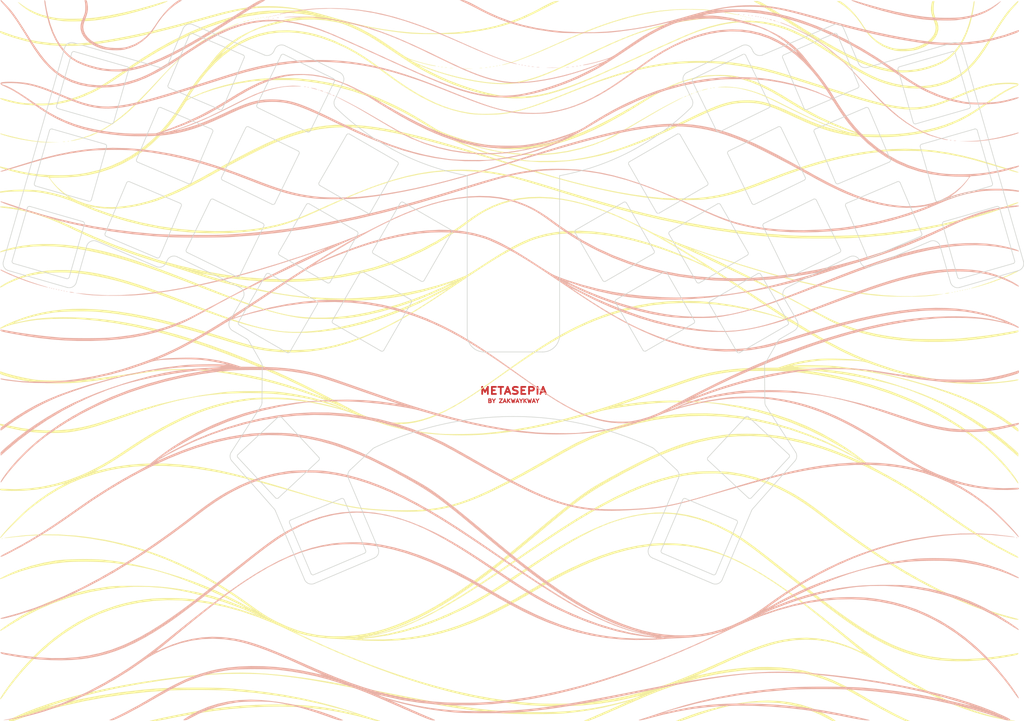
<source format=kicad_pcb>
(kicad_pcb (version 20241229) (generator "pcbnew") (generator_version "9.0")
  (title_block (title "metasepia_switchplate") (rev "v1.0.0") (company "Unknown"))
  (layers (0 "F.Cu" signal) (2 "B.Cu" signal) (13 "F.Paste" user) (15 "B.Paste" user) (5 "F.SilkS" user "F.Silkscreen") (7 "B.SilkS" user "B.Silkscreen") (1 "F.Mask" user) (3 "B.Mask" user) (25 "Edge.Cuts" user))
  (net 0 "")
  (footprint "LOGO" (layer "F.Cu") (at 203.4 163.48)
    (property "Reference" "G***" (hide yes))
    (property "Value" "LOGO" (hide yes))
  )
  (footprint "art:METASEPIA" (layer "F.Cu") (at 204.41 169.04)
    (property "Reference" "REF**" (hide yes))
    (property "Value" "Untitled" (hide yes))
    (fp_text user "BY ZAKWAYKWAY" (at 0 3.83 0) (layer "F.Cu") (effects (font (size 0.888 1) (thickness 0.3) (bold yes))))
    (fp_text user "METASEPIA" (at 0 1.43 0) (layer "F.Cu") (effects (font (size 1.667 2) (thickness 0.475) (bold yes))))
  )
  (footprint "LOGO" (layer "B.Cu") (at 203.52 163.26 180)
    (property "Reference" "G***" (hide yes))
    (property "Value" "LOGO" (hide yes))
  )
  (gr_arc (start 148.135794 89.870652) (mid 149.138939 88.983144) (end 150.475833 89.064911) (stroke (width 0.15)) (layer "Edge.Cuts"))
  (gr_line (start 169.53597 208.130007) (end 164.456465 196.163444) (stroke (width 0.15)) (layer "Edge.Cuts"))
  (gr_line (start 322.639508 139.82461) (end 319.056222 127.328207) (stroke (width 0.15)) (layer "Edge.Cuts"))
  (gr_line (start 275.321566 109.395312) (end 280.40107 121.361875) (stroke (width 0.15)) (layer "Edge.Cuts"))
  (gr_arc (start 173.028971 111.880785) (mid 173.008391 111.868715) (end 172.987978 111.856366) (stroke (width 0.15)) (layer "Edge.Cuts"))
  (gr_line (start 149.232568 138.498709) (end 160.490898 144.998709) (stroke (width 0.15)) (layer "Edge.Cuts"))
  (gr_arc (start 263.169563 91.251101) (mid 261.87292 91.279393) (end 260.912894 90.407366) (stroke (width 0.15)) (layer "Edge.Cuts"))
  (gr_arc (start 244.562708 97.717495) (mid 244.48094 96.380601) (end 245.368447 95.377456) (stroke (width 0.15)) (layer "Edge.Cuts"))
  (gr_arc (start 171.205698 184.170127) (mid 171.417655 184.001176) (end 171.65316 183.866983) (stroke (width 0.15)) (layer "Edge.Cuts"))
  (gr_arc (start 263.981063 174.119221) (mid 263.775409 173.672119) (end 263.702372 173.185437) (stroke (width 0.15)) (layer "Edge.Cuts"))
  (gr_line (start 269.368934 185.508975) (end 259.861336 176.642996) (stroke (width 0.15)) (layer "Edge.Cuts"))
  (gr_line (start 139.393303 186.215651) (end 148.259281 195.723249) (stroke (width 0.15)) (layer "Edge.Cuts"))
  (gr_arc (start 104.84218 125.41956) (mid 104.603954 125.719051) (end 104.223731 125.762373) (stroke (width 0.15)) (layer "Edge.Cuts"))
  (gr_line (start 85.279843 142.124573) (end 99.122011 146.093751) (stroke (width 0.15)) (layer "Edge.Cuts"))
  (gr_line (start 148.925578 176.642996) (end 139.41798 185.508975) (stroke (width 0.15)) (layer "Edge.Cuts"))
  (gr_line (start 150.475833 89.064911) (end 163.418467 95.377456) (stroke (width 0.15)) (layer "Edge.Cuts"))
  (gr_arc (start 157.422093 215.933626) (mid 156.082751 215.945314) (end 155.127429 215.006522) (stroke (width 0.15)) (layer "Edge.Cuts"))
  (gr_line (start 163.800847 195.898557) (end 151.834284 200.978062) (stroke (width 0.15)) (layer "Edge.Cuts"))
  (gr_line (start 300.71203 133.381231) (end 295.632525 121.414668) (stroke (width 0.15)) (layer "Edge.Cuts"))
  (gr_arc (start 215.293457 157.313841) (mid 214.121884 160.142268) (end 211.293457 161.313841) (stroke (width 0.15)) (layer "Edge.Cuts"))
  (gr_arc (start 144.112969 103.707536) (mid 143.859395 103.420923) (end 143.882758 103.038953) (stroke (width 0.15)) (layer "Edge.Cuts"))
  (gr_line (start 158.732568 122.044226) (end 169.990898 128.544226) (stroke (width 0.15)) (layer "Edge.Cuts"))
  (gr_line (start 273.233209 120.11604) (end 267.534384 108.431718) (stroke (width 0.15)) (layer "Edge.Cuts"))
  (gr_line (start 252.554346 126.374353) (end 241.296016 132.874353) (stroke (width 0.15)) (layer "Edge.Cuts"))
  (gr_arc (start 168.204038 142.639159) (mid 168.507641 142.406196) (end 168.887051 142.456146) (stroke (width 0.15)) (layer "Edge.Cuts"))
  (gr_line (start 231.613004 117.102883) (end 238.113003 128.361213) (stroke (width 0.15)) (layer "Edge.Cuts"))
  (gr_arc (start 260.527634 195.72325) (mid 260.179406 195.881946) (end 259.820957 195.747927) (stroke (width 0.15)) (layer "Edge.Cuts"))
  (gr_line (start 139.807771 143.330323) (end 145.506596 131.646001) (stroke (width 0.15)) (layer "Edge.Cuts"))
  (gr_arc (start 123.187555 99.057664) (mid 122.919329 98.784715) (end 122.922668 98.402047) (stroke (width 0.15)) (layer "Edge.Cuts"))
  (gr_line (start 267.897674 91.905719) (end 272.977179 103.872282) (stroke (width 0.15)) (layer "Edge.Cuts"))
  (gr_line (start 237.235073 209.935903) (end 251.364822 215.933626) (stroke (width 0.15)) (layer "Edge.Cuts"))
  (gr_arc (start 110.079289 107.155589) (mid 109.841063 107.455079) (end 109.46084 107.4984) (stroke (width 0.15)) (layer "Edge.Cuts"))
  (gr_arc (start 293.288138 115.89164) (mid 293.291477 116.274308) (end 293.023251 116.547257) (stroke (width 0.15)) (layer "Edge.Cuts"))
  (gr_arc (start 280.011552 84.1021) (mid 281.350893 84.090412) (end 282.306215 85.029205) (stroke (width 0.15)) (layer "Edge.Cuts"))
  (gr_arc (start 122.483425 140.257746) (mid 121.528104 141.196538) (end 120.188763 141.18485) (stroke (width 0.15)) (layer "Edge.Cuts"))
  (gr_line (start 281.056688 121.626762) (end 293.023251 116.547257) (stroke (width 0.15)) (layer "Edge.Cuts"))
  (gr_arc (start 259.15466 176.667674) (mid 259.502887 176.508978) (end 259.861336 176.642996) (stroke (width 0.15)) (layer "Edge.Cuts"))
  (gr_line (start 183.328394 144.443006) (end 189.828394 133.184676) (stroke (width 0.15)) (layer "Edge.Cuts"))
  (gr_line (start 104.84218 125.41956) (end 108.425466 112.923158) (stroke (width 0.15)) (layer "Edge.Cuts"))
  (gr_arc (start 252.138013 213.600242) (mid 251.865064 213.868469) (end 251.482395 213.86513) (stroke (width 0.15)) (layer "Edge.Cuts"))
  (gr_arc (start 271.276109 153.901396) (mid 271.450935 155.22933) (end 270.635564 156.291941) (stroke (width 0.15)) (layer "Edge.Cuts"))
  (gr_arc (start 158.498233 186.175272) (mid 158.632251 186.533721) (end 158.473555 186.881948) (stroke (width 0.15)) (layer "Edge.Cuts"))
  (gr_arc (start 228.458521 149.639159) (mid 228.408571 149.259749) (end 228.641534 148.956146) (stroke (width 0.15)) (layer "Edge.Cuts"))
  (gr_arc (start 155.549555 126.557366) (mid 155.853158 126.324403) (end 156.232568 126.374353) (stroke (width 0.15)) (layer "Edge.Cuts"))
  (gr_line (start 313.200663 108.721423) (end 300.704261 112.304709) (stroke (width 0.15)) (layer "Edge.Cuts"))
  (gr_line (start 106.106562 135.207311) (end 120.188763 141.18485) (stroke (width 0.15)) (layer "Edge.Cuts"))
  (gr_line (start 132.923479 125.508804) (end 127.224654 137.193127) (stroke (width 0.15)) (layer "Edge.Cuts"))
  (gr_line (start 270.949307 184.938393) (end 263.981063 174.119222) (stroke (width 0.15)) (layer "Edge.Cuts"))
  (gr_line (start 89.730692 127.328207) (end 86.147407 139.82461) (stroke (width 0.15)) (layer "Edge.Cuts"))
  (gr_arc (start 248.296016 144.998708) (mid 247.916607 145.048658) (end 247.613004 144.815696) (stroke (width 0.15)) (layer "Edge.Cuts"))
  (gr_arc (start 139.807771 143.330324) (mid 139.521158 143.583898) (end 139.139188 143.560535) (stroke (width 0.15)) (layer "Edge.Cuts"))
  (gr_line (start 99.60507 143.683533) (end 103.188356 131.187131) (stroke (width 0.15)) (layer "Edge.Cuts"))
  (gr_line (start 128.385844 121.361875) (end 133.465349 109.395312) (stroke (width 0.15)) (layer "Edge.Cuts"))
  (gr_arc (start 226.141534 144.626019) (mid 225.762124 144.675969) (end 225.458521 144.443006) (stroke (width 0.15)) (layer "Edge.Cuts"))
  (gr_line (start 193.493457 119.733658) (end 193.493457 157.313841) (stroke (width 0.15)) (layer "Edge.Cuts"))
  (gr_arc (start 269.237358 154.270179) (mid 269.287308 154.649588) (end 269.054346 154.953191) (stroke (width 0.15)) (layer "Edge.Cuts"))
  (gr_line (start 113.319764 94.040737) (end 100.823361 90.457451) (stroke (width 0.15)) (layer "Edge.Cuts"))
  (gr_arc (start 177.704038 126.184676) (mid 178.007641 125.951713) (end 178.387051 126.001663) (stroke (width 0.15)) (layer "Edge.Cuts"))
  (gr_arc (start 282.745457 126.884903) (mid 282.742118 126.502235) (end 283.010344 126.229286) (stroke (width 0.15)) (layer "Edge.Cuts"))
  (gr_line (start 286.303489 140.257746) (end 286.091699 139.758801) (stroke (width 0.15)) (layer "Edge.Cuts"))
  (gr_line (start 137.510806 153.901396) (end 140.611392 148.531023) (stroke (width 0.15)) (layer "Edge.Cuts"))
  (gr_line (start 157.990898 149.328836) (end 146.732568 142.828836) (stroke (width 0.15)) (layer "Edge.Cuts"))
  (gr_line (start 282.306215 85.029205) (end 285.771792 93.193594) (stroke (width 0.15)) (layer "Edge.Cuts"))
  (gr_arc (start 218.95852 133.184676) (mid 218.90857 132.805266) (end 219.141533 132.501663) (stroke (width 0.15)) (layer "Edge.Cuts"))
  (gr_arc (start 258.53675 91.124419) (mid 258.918719 91.101057) (end 259.205332 91.354631) (stroke (width 0.15)) (layer "Edge.Cuts"))
  (gr_line (start 263.169563 91.251101) (end 280.011552 84.1021) (stroke (width 0.15)) (layer "Edge.Cuts"))
  (gr_arc (start 300.361448 112.923158) (mid 300.40477 112.542935) (end 300.704261 112.304709) (stroke (width 0.15)) (layer "Edge.Cuts"))
  (gr_arc (start 312.165289 103.296666) (mid 312.121967 103.676889) (end 311.822476 103.915115) (stroke (width 0.15)) (layer "Edge.Cuts"))
  (gr_line (start 238.796016 128.544226) (end 250.054346 122.044226) (stroke (width 0.15)) (layer "Edge.Cuts"))
  (gr_line (start 120.578281 103.925076) (end 115.498776 115.891639) (stroke (width 0.15)) (layer "Edge.Cuts"))
  (gr_line (start 287.865041 94.192022) (end 308.098943 88.390045) (stroke (width 0.15)) (layer "Edge.Cuts"))
  (gr_arc (start 269.647726 143.560535) (mid 269.265757 143.583897) (end 268.979144 143.330323) (stroke (width 0.15)) (layer "Edge.Cuts"))
  (gr_arc (start 252.554346 126.374353) (mid 252.933756 126.324403) (end 253.237359 126.557366) (stroke (width 0.15)) (layer "Edge.Cuts"))
  (gr_line (start 157.422092 215.933626) (end 171.551842 209.935903) (stroke (width 0.15)) (layer "Edge.Cuts"))
  (gr_line (start 108.339772 134.036849) (end 120.306335 139.116354) (stroke (width 0.15)) (layer "Edge.Cuts"))
  (gr_line (start 228.458521 149.639159) (end 234.958521 160.897489) (stroke (width 0.15)) (layer "Edge.Cuts"))
  (gr_arc (start 294.976907 121.149782) (mid 295.359576 121.146442) (end 295.632525 121.414668) (stroke (width 0.15)) (layer "Edge.Cuts"))
  (gr_arc (start 309.664904 146.093751) (mid 308.334122 145.942128) (end 307.50033 144.893909) (stroke (width 0.15)) (layer "Edge.Cuts"))
  (gr_arc (start 139.393302 186.215651) (mid 139.259284 185.857202) (end 139.41798 185.508975) (stroke (width 0.15)) (layer "Edge.Cuts"))
  (gr_line (start 180.145381 148.956146) (end 168.887051 142.456146) (stroke (width 0.15)) (layer "Edge.Cuts"))
  (gr_arc (start 127.454865 137.86171) (mid 127.201291 137.575097) (end 127.224654 137.193127) (stroke (width 0.15)) (layer "Edge.Cuts"))
  (gr_line (start 233.00732 113.468858) (end 235.757944 111.880784) (stroke (width 0.15)) (layer "Edge.Cuts"))
  (gr_arc (start 267.897674 91.90572) (mid 267.894334 91.523051) (end 268.162561 91.250101) (stroke (width 0.15)) (layer "Edge.Cuts"))
  (gr_arc (start 242.910482 189.139747) (mid 243.428742 190.055771) (end 243.327867 191.103395) (stroke (width 0.15)) (layer "Edge.Cuts"))
  (gr_arc (start 250.31336 186.881948) (mid 250.154664 186.533721) (end 250.288682 186.175272) (stroke (width 0.15)) (layer "Edge.Cuts"))
  (gr_arc (start 302.680353 135.20731) (mid 304.117527 135.23867) (end 305.04634 136.335829) (stroke (width 0.15)) (layer "Edge.Cuts"))
  (gr_arc (start 94.967802 109.064235) (mid 95.206028 108.764744) (end 95.586252 108.721423) (stroke (width 0.15)) (layer "Edge.Cuts"))
  (gr_line (start 273.632797 104.137169) (end 285.59936 99.057665) (stroke (width 0.15)) (layer "Edge.Cuts"))
  (gr_arc (start 91.727328 122.179087) (mid 91.427837 121.940861) (end 91.384516 121.560637) (stroke (width 0.15)) (layer "Edge.Cuts"))
  (gr_arc (start 145.084543 173.185437) (mid 145.011505 173.67212) (end 144.805851 174.119222) (stroke (width 0.15)) (layer "Edge.Cuts"))
  (gr_line (start 258.536749 91.124419) (end 246.852427 96.823244) (stroke (width 0.15)) (layer "Edge.Cuts"))
  (gr_line (start 135.783917 120.784623) (end 147.46824 126.483448) (stroke (width 0.15)) (layer "Edge.Cuts"))
  (gr_line (start 252.989623 109.406361) (end 264.673945 103.707536) (stroke (width 0.15)) (layer "Edge.Cuts"))
  (gr_arc (start 322.639508 139.824609) (mid 322.596187 140.204833) (end 322.296696 140.443059) (stroke (width 0.15)) (layer "Edge.Cuts"))
  (gr_arc (start 156.465874 109.176149) (mid 156.179261 109.429723) (end 155.797292 109.406361) (stroke (width 0.15)) (layer "Edge.Cuts"))
  (gr_arc (start 171.65316 183.866982) (mid 204.393458 176.538652) (end 237.133755 183.866983) (stroke (width 0.15)) (layer "Edge.Cuts"))
  (gr_line (start 151.673911 161.270179) (end 158.173911 150.011848) (stroke (width 0.15)) (layer "Edge.Cuts"))
  (gr_line (start 140.624354 91.250101) (end 128.65779 86.170597) (stroke (width 0.15)) (layer "Edge.Cuts"))
  (gr_line (start 245.368447 95.377456) (end 258.311081 89.064911) (stroke (width 0.15)) (layer "Edge.Cuts"))
  (gr_line (start 268.923917 146.083134) (end 283.713666 138.869691) (stroke (width 0.15)) (layer "Edge.Cuts"))
  (gr_line (start 309.664903 146.093751) (end 323.507072 142.124573) (stroke (width 0.15)) (layer "Edge.Cuts"))
  (gr_arc (start 275.321566 109.395312) (mid 275.318226 109.012643) (end 275.586452 108.739694) (stroke (width 0.15)) (layer "Edge.Cuts"))
  (gr_line (start 257.796016 161.453191) (end 269.054346 154.953191) (stroke (width 0.15)) (layer "Edge.Cuts"))
  (gr_arc (start 244.33045 196.163444) (mid 244.603399 195.895218) (end 244.986067 195.898557) (stroke (width 0.15)) (layer "Edge.Cuts"))
  (gr_arc (start 137.996782 187.043968) (mid 137.56384 186.017893) (end 137.837607 184.938393) (stroke (width 0.15)) (layer "Edge.Cuts"))
  (gr_line (start 101.286585 144.893909) (end 103.740575 136.335829) (stroke (width 0.15)) (layer "Edge.Cuts"))
  (gr_arc (start 89.730692 127.328207) (mid 89.968918 127.028716) (end 90.349142 126.985395) (stroke (width 0.15)) (layer "Edge.Cuts"))
  (gr_line (start 91.727329 122.179087) (end 104.223731 125.762373) (stroke (width 0.15)) (layer "Edge.Cuts"))
  (gr_arc (start 98.523399 89.589887) (mid 99.35719 88.541668) (end 100.687971 88.390045) (stroke (width 0.15)) (layer "Edge.Cuts"))
  (gr_line (start 100.204912 90.800263) (end 96.621626 103.296665) (stroke (width 0.15)) (layer "Edge.Cuts"))
  (gr_arc (start 133.200463 108.739694) (mid 133.468689 109.012643) (end 133.465349 109.395312) (stroke (width 0.15)) (layer "Edge.Cuts"))
  (gr_arc (start 235.641534 161.080502) (mid 235.262124 161.130452) (end 234.958521 160.897489) (stroke (width 0.15)) (layer "Edge.Cuts"))
  (gr_line (start 266.865801 108.201506) (end 255.181478 113.900331) (stroke (width 0.15)) (layer "Edge.Cuts"))
  (gr_arc (start 287.865041 94.192023) (mid 286.629281 94.089339) (end 285.771792 93.193594) (stroke (width 0.15)) (layer "Edge.Cuts"))
  (gr_arc (start 173.828394 160.897489) (mid 173.524791 161.130452) (end 173.145381 161.080502) (stroke (width 0.15)) (layer "Edge.Cuts"))
  (gr_line (start 102.845544 130.568681) (end 90.349142 126.985395) (stroke (width 0.15)) (layer "Edge.Cuts"))
  (gr_arc (start 258.311081 89.064911) (mid 259.647975 88.983143) (end 260.651121 89.870651) (stroke (width 0.15)) (layer "Edge.Cuts"))
  (gr_line (start 317.402398 121.560637) (end 313.819112 109.064235) (stroke (width 0.15)) (layer "Edge.Cuts"))
  (gr_line (start 120.961953 138.851467) (end 126.041458 126.884904) (stroke (width 0.15)) (layer "Edge.Cuts"))
  (gr_line (start 168.204038 142.639159) (end 161.704038 153.897489) (stroke (width 0.15)) (layer "Edge.Cuts"))
  (gr_arc (start 167.490898 132.874353) (mid 167.723861 133.177956) (end 167.673911 133.557366) (stroke (width 0.15)) (layer "Edge.Cuts"))
  (gr_arc (start 261.318674 126.483448) (mid 260.936705 126.50681) (end 260.650092 126.253236) (stroke (width 0.15)) (layer "Edge.Cuts"))
  (gr_arc (start 269.368934 185.508975) (mid 269.52763 185.857202) (end 269.393612 186.215651) (stroke (width 0.15)) (layer "Edge.Cuts"))
  (gr_arc (start 256.95263 200.978062) (mid 257.220856 201.251011) (end 257.217517 201.633679) (stroke (width 0.15)) (layer "Edge.Cuts"))
  (gr_line (start 148.965957 195.747927) (end 158.473555 186.881948) (stroke (width 0.15)) (layer "Edge.Cuts"))
  (gr_arc (start 257.796016 161.453191) (mid 257.416607 161.503141) (end 257.113004 161.270179) (stroke (width 0.15)) (layer "Edge.Cuts"))
  (gr_arc (start 146.049556 143.011848) (mid 146.353159 142.778886) (end 146.732568 142.828836) (stroke (width 0.15)) (layer "Edge.Cuts"))
  (gr_arc (start 299.326073 107.4984) (mid 298.94585 107.455079) (end 298.707625 107.155588) (stroke (width 0.15)) (layer "Edge.Cuts"))
  (gr_line (start 165.049556 110.102883) (end 158.549556 121.361213) (stroke (width 0.15)) (layer "Edge.Cuts"))
  (gr_arc (start 273.233209 120.116041) (mid 273.256571 120.49801) (end 273.002997 120.784623) (stroke (width 0.15)) (layer "Edge.Cuts"))
  (gr_line (start 252.138013 213.600243) (end 257.217517 201.633679) (stroke (width 0.15)) (layer "Edge.Cuts"))
  (gr_line (start 305.04634 136.335829) (end 307.50033 144.893909) (stroke (width 0.15)) (layer "Edge.Cuts"))
  (gr_line (start 264.904157 103.038953) (end 259.205332 91.354631) (stroke (width 0.15)) (layer "Edge.Cuts"))
  (gr_arc (start 149.581583 91.354631) (mid 149.868196 91.101057) (end 150.250165 91.124419) (stroke (width 0.15)) (layer "Edge.Cuts"))
  (gr_line (start 247.082876 153.897489) (end 240.582876 142.639159) (stroke (width 0.15)) (layer "Edge.Cuts"))
  (gr_line (start 176.990898 116.41987) (end 165.732568 109.91987) (stroke (width 0.15)) (layer "Edge.Cuts"))
  (gr_arc (start 263.280319 131.646001) (mid 263.256956 131.264031) (end 263.51053 130.977418) (stroke (width 0.15)) (layer "Edge.Cuts"))
  (gr_arc (start 125.776571 126.229285) (mid 126.044798 126.502235) (end 126.041458 126.884904) (stroke (width 0.15)) (layer "Edge.Cuts"))
  (gr_arc (start 309.800294 144.026345) (mid 309.42007 143.983024) (end 309.181844 143.683533) (stroke (width 0.15)) (layer "Edge.Cuts"))
  (gr_line (start 300.361449 112.923158) (end 303.944734 125.41956) (stroke (width 0.15)) (layer "Edge.Cuts"))
  (gr_arc (start 247.082877 153.897489) (mid 247.132827 154.276899) (end 246.899864 154.580502) (stroke (width 0.15)) (layer "Edge.Cuts"))
  (gr_arc (start 132.923479 125.508804) (mid 133.210092 125.25523) (end 133.592062 125.278593) (stroke (width 0.15)) (layer "Edge.Cuts"))
  (gr_arc (start 148.136823 126.253237) (mid 147.85021 126.506811) (end 147.46824 126.483448) (stroke (width 0.15)) (layer "Edge.Cuts"))
  (gr_arc (start 147.945349 198.316327) (mid 148.11386 198.541393) (end 148.244153 198.79054) (stroke (width 0.15)) (layer "Edge.Cuts"))
  (gr_arc (start 163.418468 95.377455) (mid 164.305976 96.380601) (end 164.224208 97.717495) (stroke (width 0.15)) (layer "Edge.Cuts"))
  (gr_arc (start 120.578281 103.925075) (mid 120.85123 103.656849) (end 121.233899 103.660189) (stroke (width 0.15)) (layer "Edge.Cuts"))
  (gr_arc (start 108.082653 112.304709) (mid 108.382144 112.542935) (end 108.425466 112.923158) (stroke (width 0.15)) (layer "Edge.Cuts"))
  (gr_line (start 161.887051 154.580502) (end 173.145381 161.080502) (stroke (width 0.15)) (layer "Edge.Cuts"))
  (gr_arc (start 123.015121 93.193595) (mid 122.157632 94.089339) (end 120.921873 94.192022) (stroke (width 0.15)) (layer "Edge.Cuts"))
  (gr_line (start 148.136823 126.253236) (end 153.835648 114.568914) (stroke (width 0.15)) (layer "Edge.Cuts"))
  (gr_line (start 262.054346 142.828836) (end 250.796016 149.328836) (stroke (width 0.15)) (layer "Edge.Cuts"))
  (gr_arc (start 103.740576 136.335829) (mid 104.669389 135.238671) (end 106.106562 135.207311) (stroke (width 0.15)) (layer "Edge.Cuts"))
  (gr_line (start 268.175522 148.531023) (end 271.276109 153.901396) (stroke (width 0.15)) (layer "Edge.Cuts"))
  (gr_arc (start 318.437772 126.985395) (mid 318.817996 127.028716) (end 319.056222 127.328207) (stroke (width 0.15)) (layer "Edge.Cuts"))
  (gr_line (start 123.015122 93.193594) (end 126.4807 85.029205) (stroke (width 0.15)) (layer "Edge.Cuts"))
  (gr_arc (start 266.744981 158.813436) (mid 267.024223 158.44698) (end 267.389426 158.1661) (stroke (width 0.15)) (layer "Edge.Cuts"))
  (gr_line (start 96.964438 103.915115) (end 109.46084 107.4984) (stroke (width 0.15)) (layer "Edge.Cuts"))
  (gr_arc (start 163.800848 195.898557) (mid 164.183516 195.895218) (end 164.456465 196.163444) (stroke (width 0.15)) (layer "Edge.Cuts"))
  (gr_line (start 165.459047 191.103395) (end 172.478946 207.64124) (stroke (width 0.15)) (layer "Edge.Cuts"))
  (gr_line (start 256.95263 200.978062) (end 244.986067 195.898557) (stroke (width 0.15)) (layer "Edge.Cuts"))
  (gr_line (start 250.313359 186.881948) (end 259.820957 195.747927) (stroke (width 0.15)) (layer "Edge.Cuts"))
  (gr_arc (start 238.796016 128.544226) (mid 238.416606 128.594176) (end 238.113003 128.361213) (stroke (width 0.15)) (layer "Edge.Cuts"))
  (gr_line (start 295.124339 94.659186) (end 298.707625 107.155588) (stroke (width 0.15)) (layer "Edge.Cuts"))
  (gr_line (start 155.549556 126.557366) (end 149.049556 137.815696) (stroke (width 0.15)) (layer "Edge.Cuts"))
  (gr_arc (start 237.235073 209.935902) (mid 236.296281 208.980581) (end 236.307969 207.64124) (stroke (width 0.15)) (layer "Edge.Cuts"))
  (gr_arc (start 169.535971 208.130007) (mid 169.53931 208.512676) (end 169.271083 208.785625) (stroke (width 0.15)) (layer "Edge.Cuts"))
  (gr_arc (start 108.339771 134.036849) (mid 108.071545 133.7639) (end 108.074885 133.381231) (stroke (width 0.15)) (layer "Edge.Cuts"))
  (gr_arc (start 237.133755 183.866983) (mid 237.36926 184.001176) (end 237.581217 184.170127) (stroke (width 0.15)) (layer "Edge.Cuts"))
  (gr_line (start 110.07929 107.155588) (end 113.662576 94.659186) (stroke (width 0.15)) (layer "Edge.Cuts"))
  (gr_line (start 253.659485 215.006522) (end 260.542761 198.79054) (stroke (width 0.15)) (layer "Edge.Cuts"))
  (gr_arc (start 275.194852 125.278593) (mid 275.576822 125.25523) (end 275.863435 125.508804) (stroke (width 0.15)) (layer "Edge.Cuts"))
  (gr_arc (start 128.385845 121.361875) (mid 128.112895 121.630102) (end 127.730226 121.626762) (stroke (width 0.15)) (layer "Edge.Cuts"))
  (gr_line (start 269.237359 154.270179) (end 262.737359 143.011848) (stroke (width 0.15)) (layer "Edge.Cuts"))
  (gr_line (start 146.049556 143.011848) (end 139.549556 154.270179) (stroke (width 0.15)) (layer "Edge.Cuts"))
  (gr_line (start 263.702372 173.185437) (end 263.635731 164.733522) (stroke (width 0.15)) (layer "Edge.Cuts"))
  (gr_line (start 94.967802 109.064235) (end 91.384516 121.560637) (stroke (width 0.15)) (layer "Edge.Cuts"))
  (gr_arc (start 148.965957 195.747927) (mid 148.607508 195.881945) (end 148.259281 195.723249) (stroke (width 0.15)) (layer "Edge.Cuts"))
  (gr_arc (start 86.490219 140.443058) (mid 86.190728 140.204833) (end 86.147407 139.82461) (stroke (width 0.15)) (layer "Edge.Cuts"))
  (gr_arc (start 324.706914 139.959999) (mid 324.555291 141.290781) (end 323.507072 142.124573) (stroke (width 0.15)) (layer "Edge.Cuts"))
  (gr_line (start 157.30452 213.86513) (end 169.271083 208.785625) (stroke (width 0.15)) (layer "Edge.Cuts"))
  (gr_arc (start 139.862998 146.083134) (mid 140.769381 147.144373) (end 140.611392 148.531023) (stroke (width 0.15)) (layer "Edge.Cuts"))
  (gr_line (start 171.205698 184.170127) (end 165.876433 189.139746) (stroke (width 0.15)) (layer "Edge.Cuts"))
  (gr_arc (start 102.845544 130.568681) (mid 103.145035 130.806907) (end 103.188356 131.187131) (stroke (width 0.15)) (layer "Edge.Cuts"))
  (gr_arc (start 126.480699 85.029204) (mid 127.436021 84.090412) (end 128.775363 84.1021) (stroke (width 0.15)) (layer "Edge.Cuts"))
  (gr_arc (start 122.695215 139.758802) (mid 123.693235 138.803405) (end 125.073248 138.869691) (stroke (width 0.15)) (layer "Edge.Cuts"))
  (gr_line (start 153.605436 113.900331) (end 141.921114 108.201506) (stroke (width 0.15)) (layer "Edge.Cuts"))
  (gr_arc (start 197.493457 161.313841) (mid 194.66503 160.142268) (end 193.493457 157.313841) (stroke (width 0.15)) (layer "Edge.Cuts"))
  (gr_arc (start 161.173911 144.815696) (mid 160.870308 145.048659) (end 160.490898 144.998709) (stroke (width 0.15)) (layer "Edge.Cuts"))
  (gr_arc (start 283.713666 138.869692) (mid 285.093678 138.803405) (end 286.091699 139.758801) (stroke (width 0.15)) (layer "Edge.Cuts"))
  (gr_line (start 128.002172 86.435484) (end 122.922668 98.402047) (stroke (width 0.15)) (layer "Edge.Cuts"))
  (gr_line (start 243.054346 109.91987) (end 231.796016 116.41987) (stroke (width 0.15)) (layer "Edge.Cuts"))
  (gr_line (start 144.805851 174.119222) (end 137.837607 184.938393) (stroke (width 0.15)) (layer "Edge.Cuts"))
  (gr_line (start 260.527634 195.723249) (end 269.393612 186.215651) (stroke (width 0.15)) (layer "Edge.Cuts"))
  (gr_arc (start 281.056689 121.626762) (mid 280.67402 121.630102) (end 280.40107 121.361875) (stroke (width 0.15)) (layer "Edge.Cuts"))
  (gr_line (start 235.641533 161.080501) (end 246.899864 154.580502) (stroke (width 0.15)) (layer "Edge.Cuts"))
  (gr_line (start 307.963553 90.457451) (end 295.467151 94.040737) (stroke (width 0.15)) (layer "Edge.Cuts"))
  (gr_line (start 138.15135 156.291941) (end 141.397489 158.1661) (stroke (width 0.15)) (layer "Edge.Cuts"))
  (gr_arc (start 135.809735 103.872282) (mid 135.536786 104.140508) (end 135.154118 104.137169) (stroke (width 0.15)) (layer "Edge.Cuts"))
  (gr_arc (start 85.279843 142.124573) (mid 84.231624 141.290782) (end 84.08 139.96) (stroke (width 0.15)) (layer "Edge.Cuts"))
  (gr_line (start 158.498233 186.175272) (end 149.632254 176.667674) (stroke (width 0.15)) (layer "Edge.Cuts"))
  (gr_line (start 239.899864 142.456146) (end 228.641534 148.956146) (stroke (width 0.15)) (layer "Edge.Cuts"))
  (gr_line (start 263.280319 131.646001) (end 268.979144 143.330323) (stroke (width 0.15)) (layer "Edge.Cuts"))
  (gr_arc (start 135.783917 120.784623) (mid 135.530343 120.49801) (end 135.553706 120.11604) (stroke (width 0.15)) (layer "Edge.Cuts"))
  (gr_line (start 246.622215 97.491827) (end 252.32104 109.176149) (stroke (width 0.15)) (layer "Edge.Cuts"))
  (gr_arc (start 268.175523 148.531023) (mid 268.017534 147.144373) (end 268.923917 146.083134) (stroke (width 0.15)) (layer "Edge.Cuts"))
  (gr_line (start 305.598558 131.187131) (end 309.181844 143.683533) (stroke (width 0.15)) (layer "Edge.Cuts"))
  (gr_line (start 304.563184 125.762373) (end 317.059586 122.179087) (stroke (width 0.15)) (layer "Edge.Cuts"))
  (gr_arc (start 120.961954 138.851467) (mid 120.689004 139.119694) (end 120.306335 139.116354) (stroke (width 0.15)) (layer "Edge.Cuts"))
  (gr_arc (start 113.319764 94.040736) (mid 113.619255 94.278962) (end 113.662576 94.659186) (stroke (width 0.15)) (layer "Edge.Cuts"))
  (gr_arc (start 165.459047 191.103395) (mid 165.358172 190.05577) (end 165.876433 189.139746) (stroke (width 0.15)) (layer "Edge.Cuts"))
  (gr_arc (start 151.67391 161.270179) (mid 151.370307 161.503141) (end 150.990898 161.453191) (stroke (width 0.15)) (layer "Edge.Cuts"))
  (gr_line (start 167.490898 132.874353) (end 156.232568 126.374353) (stroke (width 0.15)) (layer "Edge.Cuts"))
  (gr_line (start 259.737359 137.815696) (end 253.237359 126.557366) (stroke (width 0.15)) (layer "Edge.Cuts"))
  (gr_arc (start 280.129125 86.170597) (mid 280.511793 86.167258) (end 280.784742 86.435484) (stroke (width 0.15)) (layer "Edge.Cuts"))
  (gr_line (start 275.194853 125.278593) (end 263.51053 130.977418) (stroke (width 0.15)) (layer "Edge.Cuts"))
  (gr_arc (start 144.920683 163.851516) (mid 145.094375 164.277246) (end 145.151183 164.733522) (stroke (width 0.15)) (layer "Edge.Cuts"))
  (gr_line (start 127.454866 137.86171) (end 139.139188 143.560535) (stroke (width 0.15)) (layer "Edge.Cuts"))
  (gr_line (start 123.187555 99.057665) (end 135.154118 104.137169) (stroke (width 0.15)) (layer "Edge.Cuts"))
  (gr_arc (start 171.387051 138.126019) (mid 171.154088 137.822416) (end 171.204038 137.443006) (stroke (width 0.15)) (layer "Edge.Cuts"))
  (gr_line (start 281.56226 137.193127) (end 275.863435 125.508804) (stroke (width 0.15)) (layer "Edge.Cuts"))
  (gr_arc (start 183.328394 144.443006) (mid 183.024791 144.675969) (end 182.645381 144.626019) (stroke (width 0.15)) (layer "Edge.Cuts"))
  (gr_line (start 299.326074 107.4984) (end 311.822476 103.915115) (stroke (width 0.15)) (layer "Edge.Cuts"))
  (gr_line (start 269.647726 143.560535) (end 281.332049 137.86171) (stroke (width 0.15)) (layer "Edge.Cuts"))
  (gr_line (start 135.809736 103.872282) (end 140.88924 91.905719) (stroke (width 0.15)) (layer "Edge.Cuts"))
  (gr_arc (start 140.624353 91.250102) (mid 140.892579 91.523051) (end 140.88924 91.905719) (stroke (width 0.15)) (layer "Edge.Cuts"))
  (gr_arc (start 260.542761 198.79054) (mid 260.673054 198.541392) (end 260.841565 198.316326) (stroke (width 0.15)) (layer "Edge.Cuts"))
  (gr_arc (start 253.659486 215.006522) (mid 252.704164 215.945314) (end 251.364822 215.933626) (stroke (width 0.15)) (layer "Edge.Cuts"))
  (gr_line (start 285.864247 98.402047) (end 280.784742 86.435484) (stroke (width 0.15)) (layer "Edge.Cuts"))
  (gr_arc (start 161.887051 154.580502) (mid 161.654088 154.276899) (end 161.704038 153.897489) (stroke (width 0.15)) (layer "Edge.Cuts"))
  (gr_arc (start 193.493458 119.733658) (mid 184.412139 117.307192) (end 175.821239 113.49215) (stroke (width 0.15)) (layer "Edge.Cuts"))
  (gr_line (start 287.553016 103.660189) (end 275.586452 108.739694) (stroke (width 0.15)) (layer "Edge.Cuts"))
  (gr_arc (start 304.563183 125.762373) (mid 304.18296 125.719051) (end 303.944734 125.41956) (stroke (width 0.15)) (layer "Edge.Cuts"))
  (gr_arc (start 157.990898 149.328835) (mid 158.223861 149.632438) (end 158.173911 150.011848) (stroke (width 0.15)) (layer "Edge.Cuts"))
  (gr_arc (start 151.569398 201.63368) (mid 151.566058 201.251011) (end 151.834284 200.978062) (stroke (width 0.15)) (layer "Edge.Cuts"))
  (gr_arc (start 263.635731 164.733522) (mid 263.692539 164.277246) (end 263.866231 163.851516) (stroke (width 0.15)) (layer "Edge.Cuts"))
  (gr_line (start 244.330449 196.163444) (end 239.250945 208.130007) (stroke (width 0.15)) (layer "Edge.Cuts"))
  (gr_line (start 215.293457 157.313841) (end 215.293457 119.733658) (stroke (width 0.15)) (layer "Edge.Cuts"))
  (gr_arc (start 300.712029 133.381231) (mid 300.715369 133.7639) (end 300.447143 134.036849) (stroke (width 0.15)) (layer "Edge.Cuts"))
  (gr_arc (start 243.054346 109.91987) (mid 243.433756 109.86992) (end 243.737359 110.102883) (stroke (width 0.15)) (layer "Edge.Cuts"))
  (gr_arc (start 313.200663 108.721424) (mid 313.580886 108.764745) (end 313.819112 109.064235) (stroke (width 0.15)) (layer "Edge.Cuts"))
  (gr_arc (start 246.536221 101.763797) (mid 246.687128 102.832648) (end 246.182168 103.786707) (stroke (width 0.15)) (layer "Edge.Cuts"))
  (gr_line (start 218.958521 133.184676) (end 225.458521 144.443006) (stroke (width 0.15)) (layer "Edge.Cuts"))
  (gr_line (start 86.490219 140.443059) (end 98.986621 144.026345) (stroke (width 0.15)) (layer "Edge.Cuts"))
  (gr_line (start 318.437773 126.985395) (end 305.941371 130.568681) (stroke (width 0.15)) (layer "Edge.Cuts"))
  (gr_arc (start 241.113003 133.557366) (mid 241.063053 133.177956) (end 241.296016 132.874353) (stroke (width 0.15)) (layer "Edge.Cuts"))
  (gr_line (start 259.15466 176.667674) (end 250.288682 186.175272) (stroke (width 0.15)) (layer "Edge.Cuts"))
  (gr_arc (start 232.965676 113.492149) (mid 224.374776 117.307191) (end 215.293457 119.733658) (stroke (width 0.15)) (layer "Edge.Cuts"))
  (gr_line (start 239.515831 208.785625) (end 251.482395 213.86513) (stroke (width 0.15)) (layer "Edge.Cuts"))
  (gr_arc (start 189.645381 132.501663) (mid 189.878344 132.805266) (end 189.828394 133.184676) (stroke (width 0.15)) (layer "Edge.Cuts"))
  (gr_arc (start 113.154389 121.414668) (mid 113.427339 121.146441) (end 113.810008 121.149781) (stroke (width 0.15)) (layer "Edge.Cuts"))
  (gr_arc (start 266.865801 108.201506) (mid 267.247771 108.178143) (end 267.534384 108.431717) (stroke (width 0.15)) (layer "Edge.Cuts"))
  (gr_line (start 282.745457 126.884904) (end 287.824962 138.851467) (stroke (width 0.15)) (layer "Edge.Cuts"))
  (gr_line (start 108.082654 112.304709) (end 95.586252 108.721423) (stroke (width 0.15)) (layer "Edge.Cuts"))
  (gr_arc (start 172.987978 111.856366) (mid 167.574614 108.10686) (end 162.604747 103.786707) (stroke (width 0.15)) (layer "Edge.Cuts"))
  (gr_arc (start 138.15135 156.29194) (mid 137.33598 155.229329) (end 137.510806 153.901396) (stroke (width 0.15)) (layer "Edge.Cuts"))
  (gr_line (start 113.15439 121.414668) (end 108.074885 133.381231) (stroke (width 0.15)) (layer "Edge.Cuts"))
  (gr_arc (start 230.399864 126.001664) (mid 230.779273 125.951714) (end 231.082876 126.184676) (stroke (width 0.15)) (layer "Edge.Cuts"))
  (gr_line (start 145.151183 164.733522) (end 145.084543 173.185437) (stroke (width 0.15)) (layer "Edge.Cuts"))
  (gr_line (start 171.387051 138.126019) (end 182.645381 144.626019) (stroke (width 0.15)) (layer "Edge.Cuts"))
  (gr_line (start 156.465874 109.176149) (end 162.164699 97.491827) (stroke (width 0.15)) (layer "Edge.Cuts"))
  (gr_arc (start 270.949307 184.938392) (mid 271.223074 186.017892) (end 270.790133 187.043968) (stroke (width 0.15)) (layer "Edge.Cuts"))
  (gr_arc (start 259.737359 137.815696) (mid 259.787309 138.195106) (end 259.554346 138.498709) (stroke (width 0.15)) (layer "Edge.Cuts"))
  (gr_line (start 84.08 139.96) (end 98.523398 89.589887) (stroke (width 0.15)) (layer "Edge.Cuts"))
  (gr_line (start 244.562707 97.717495) (end 246.53622 101.763797) (stroke (width 0.15)) (layer "Edge.Cuts"))
  (gr_arc (start 246.182168 103.786707) (mid 241.212301 108.10686) (end 235.798937 111.856366) (stroke (width 0.15)) (layer "Edge.Cuts"))
  (gr_arc (start 254.951267 114.568914) (mid 254.927904 114.186944) (end 255.181478 113.900331) (stroke (width 0.15)) (layer "Edge.Cuts"))
  (gr_line (start 237.582876 137.443006) (end 231.082876 126.184676) (stroke (width 0.15)) (layer "Edge.Cuts"))
  (gr_arc (start 101.286585 144.893909) (mid 100.452793 145.942128) (end 99.122011 146.093751) (stroke (width 0.15)) (layer "Edge.Cuts"))
  (gr_line (start 197.493457 161.313841) (end 211.293457 161.313841) (stroke (width 0.15)) (layer "Edge.Cuts"))
  (gr_arc (start 281.56226 137.193127) (mid 281.585623 137.575097) (end 281.332049 137.86171) (stroke (width 0.15)) (layer "Edge.Cuts"))
  (gr_line (start 250.237359 121.361213) (end 243.737359 110.102883) (stroke (width 0.15)) (layer "Edge.Cuts"))
  (gr_arc (start 149.232568 138.498708) (mid 148.999606 138.195105) (end 149.049556 137.815696) (stroke (width 0.15)) (layer "Edge.Cuts"))
  (gr_line (start 248.296016 144.998709) (end 259.554346 138.498709) (stroke (width 0.15)) (layer "Edge.Cuts"))
  (gr_arc (start 252.989623 109.406361) (mid 252.607653 109.429724) (end 252.32104 109.17615) (stroke (width 0.15)) (layer "Edge.Cuts"))
  (gr_arc (start 176.990898 116.41987) (mid 177.223861 116.723473) (end 177.173911 117.102883) (stroke (width 0.15)) (layer "Edge.Cuts"))
  (gr_arc (start 264.904157 103.038954) (mid 264.927519 103.420923) (end 264.673945 103.707536) (stroke (width 0.15)) (layer "Edge.Cuts"))
  (gr_line (start 128.775363 84.1021) (end 145.617352 91.251101) (stroke (width 0.15)) (layer "Edge.Cuts"))
  (gr_arc (start 99.605071 143.683533) (mid 99.366845 143.983024) (end 98.986621 144.026345) (stroke (width 0.15)) (layer "Edge.Cuts"))
  (gr_line (start 142.041934 158.813436) (end 144.920683 163.851516) (stroke (width 0.15)) (layer "Edge.Cuts"))
  (gr_line (start 312.165288 103.296665) (end 308.582003 90.800263) (stroke (width 0.15)) (layer "Edge.Cuts"))
  (gr_line (start 242.910481 189.139746) (end 237.581217 184.170127) (stroke (width 0.15)) (layer "Edge.Cuts"))
  (gr_line (start 310.263517 89.589887) (end 324.706914 139.96) (stroke (width 0.15)) (layer "Edge.Cuts"))
  (gr_line (start 261.318675 126.483448) (end 273.002997 120.784623) (stroke (width 0.15)) (layer "Edge.Cuts"))
  (gr_line (start 254.951267 114.568914) (end 260.650092 126.253236) (stroke (width 0.15)) (layer "Edge.Cuts"))
  (gr_arc (start 180.145381 148.956146) (mid 180.378344 149.259749) (end 180.328394 149.639159) (stroke (width 0.15)) (layer "Edge.Cuts"))
  (gr_arc (start 172.478946 207.641239) (mid 172.490634 208.980581) (end 171.551842 209.935903) (stroke (width 0.15)) (layer "Edge.Cuts"))
  (gr_arc (start 115.763663 116.547258) (mid 115.495436 116.274308) (end 115.498776 115.891639) (stroke (width 0.15)) (layer "Edge.Cuts"))
  (gr_line (start 139.732568 154.953191) (end 150.990898 161.453191) (stroke (width 0.15)) (layer "Edge.Cuts"))
  (gr_line (start 100.687971 88.390045) (end 120.921873 94.192022) (stroke (width 0.15)) (layer "Edge.Cuts"))
  (gr_line (start 260.651121 89.870651) (end 260.912894 90.407366) (stroke (width 0.15)) (layer "Edge.Cuts"))
  (gr_arc (start 317.402398 121.560637) (mid 317.359077 121.940861) (end 317.059586 122.179087) (stroke (width 0.15)) (layer "Edge.Cuts"))
  (gr_arc (start 139.732568 154.953191) (mid 139.499606 154.649588) (end 139.549556 154.270179) (stroke (width 0.15)) (layer "Edge.Cuts"))
  (gr_arc (start 308.098944 88.390044) (mid 309.429726 88.541668) (end 310.263517 89.589887) (stroke (width 0.15)) (layer "Edge.Cuts"))
  (gr_line (start 161.173911 144.815696) (end 167.673911 133.557366) (stroke (width 0.15)) (layer "Edge.Cuts"))
  (gr_line (start 170.673911 128.361213) (end 177.173911 117.102883) (stroke (width 0.15)) (layer "Edge.Cuts"))
  (gr_line (start 177.704038 126.184676) (end 171.204038 137.443006) (stroke (width 0.15)) (layer "Edge.Cuts"))
  (gr_arc (start 165.049555 110.102883) (mid 165.353158 109.86992) (end 165.732568 109.91987) (stroke (width 0.15)) (layer "Edge.Cuts"))
  (gr_line (start 293.288138 115.891639) (end 288.208634 103.925076) (stroke (width 0.15)) (layer "Edge.Cuts"))
  (gr_arc (start 235.798937 111.856365) (mid 235.778524 111.868714) (end 235.757944 111.880784) (stroke (width 0.15)) (layer "Edge.Cuts"))
  (gr_arc (start 128.002173 86.435484) (mid 128.275122 86.167258) (end 128.65779 86.170597) (stroke (width 0.15)) (layer "Edge.Cuts"))
  (gr_arc (start 100.204912 90.800264) (mid 100.443138 90.500773) (end 100.823361 90.457451) (stroke (width 0.15)) (layer "Edge.Cuts"))
  (gr_line (start 125.073248 138.869691) (end 139.862997 146.083134) (stroke (width 0.15)) (layer "Edge.Cuts"))
  (gr_arc (start 246.622215 97.491826) (mid 246.598853 97.109857) (end 246.852427 96.823244) (stroke (width 0.15)) (layer "Edge.Cuts"))
  (gr_line (start 161.934488 96.823244) (end 150.250165 91.124419) (stroke (width 0.15)) (layer "Edge.Cuts"))
  (gr_arc (start 262.054346 142.828835) (mid 262.433756 142.778885) (end 262.737359 143.011848) (stroke (width 0.15)) (layer "Edge.Cuts"))
  (gr_line (start 309.800294 144.026345) (end 322.296696 140.443059) (stroke (width 0.15)) (layer "Edge.Cuts"))
  (gr_arc (start 170.673911 128.361213) (mid 170.370308 128.594176) (end 169.990898 128.544226) (stroke (width 0.15)) (layer "Edge.Cuts"))
  (gr_arc (start 233.00732 113.468858) (mid 232.986577 113.480646) (end 232.965676 113.49215) (stroke (width 0.15)) (layer "Edge.Cuts"))
  (gr_line (start 260.841565 198.316326) (end 270.790133 187.043968) (stroke (width 0.15)) (layer "Edge.Cuts"))
  (gr_line (start 226.141534 144.626019) (end 237.399864 138.126019) (stroke (width 0.15)) (layer "Edge.Cuts"))
  (gr_arc (start 239.515832 208.785624) (mid 239.247606 208.512675) (end 239.250945 208.130007) (stroke (width 0.15)) (layer "Edge.Cuts"))
  (gr_line (start 288.48058 139.116354) (end 300.447143 134.036849) (stroke (width 0.15)) (layer "Edge.Cuts"))
  (gr_line (start 230.399864 126.001663) (end 219.141534 132.501663) (stroke (width 0.15)) (layer "Edge.Cuts"))
  (gr_arc (start 250.613004 150.011848) (mid 250.563054 149.632439) (end 250.796016 149.328836) (stroke (width 0.15)) (layer "Edge.Cuts"))
  (gr_line (start 141.252531 108.431718) (end 135.553706 120.11604) (stroke (width 0.15)) (layer "Edge.Cuts"))
  (gr_line (start 144.112969 103.707536) (end 155.797292 109.406361) (stroke (width 0.15)) (layer "Edge.Cuts"))
  (gr_arc (start 141.252531 108.431717) (mid 141.539144 108.178143) (end 141.921114 108.201506) (stroke (width 0.15)) (layer "Edge.Cuts"))
  (gr_line (start 151.569397 201.633679) (end 156.648902 213.600243) (stroke (width 0.15)) (layer "Edge.Cuts"))
  (gr_line (start 125.776571 126.229286) (end 113.810008 121.149781) (stroke (width 0.15)) (layer "Edge.Cuts"))
  (gr_line (start 241.113004 133.557366) (end 247.613004 144.815696) (stroke (width 0.15)) (layer "Edge.Cuts"))
  (gr_line (start 148.244153 198.79054) (end 155.127429 215.006522) (stroke (width 0.15)) (layer "Edge.Cuts"))
  (gr_arc (start 231.613003 117.102883) (mid 231.563053 116.723473) (end 231.796016 116.41987) (stroke (width 0.15)) (layer "Edge.Cuts"))
  (gr_line (start 267.389426 158.1661) (end 270.635564 156.291941) (stroke (width 0.15)) (layer "Edge.Cuts"))
  (gr_line (start 145.276384 130.977418) (end 133.592062 125.278593) (stroke (width 0.15)) (layer "Edge.Cuts"))
  (gr_line (start 122.695215 139.758801) (end 122.483426 140.257746) (stroke (width 0.15)) (layer "Edge.Cuts"))
  (gr_arc (start 145.276385 130.977418) (mid 145.529959 131.264031) (end 145.506596 131.646001) (stroke (width 0.15)) (layer "Edge.Cuts"))
  (gr_arc (start 96.964438 103.915115) (mid 96.664947 103.676889) (end 96.621626 103.296665) (stroke (width 0.15)) (layer "Edge.Cuts"))
  (gr_line (start 236.307969 207.64124) (end 243.327868 191.103395) (stroke (width 0.15)) (layer "Edge.Cuts"))
  (gr_arc (start 288.598152 141.184851) (mid 287.258811 141.196539) (end 286.303489 140.257746) (stroke (width 0.15)) (layer "Edge.Cuts"))
  (gr_line (start 263.866231 163.851516) (end 266.74498 158.813436) (stroke (width 0.15)) (layer "Edge.Cuts"))
  (gr_arc (start 237.582877 137.443006) (mid 237.632827 137.822416) (end 237.399864 138.126019) (stroke (width 0.15)) (layer "Edge.Cuts"))
  (gr_line (start 173.028971 111.880784) (end 175.779595 113.468858) (stroke (width 0.15)) (layer "Edge.Cuts"))
  (gr_arc (start 148.925578 176.642996) (mid 149.284027 176.508978) (end 149.632254 176.667674) (stroke (width 0.15)) (layer "Edge.Cuts"))
  (gr_arc (start 250.237359 121.361213) (mid 250.287309 121.740623) (end 250.054346 122.044226) (stroke (width 0.15)) (layer "Edge.Cuts"))
  (gr_line (start 294.976907 121.149781) (end 283.010344 126.229286) (stroke (width 0.15)) (layer "Edge.Cuts"))
  (gr_arc (start 305.598558 131.18713) (mid 305.64188 130.806907) (end 305.941371 130.568681) (stroke (width 0.15)) (layer "Edge.Cuts"))
  (gr_arc (start 147.874021 90.407366) (mid 146.913995 91.279393) (end 145.617352 91.251101) (stroke (width 0.15)) (layer "Edge.Cuts"))
  (gr_arc (start 162.604747 103.786707) (mid 162.099787 102.832647) (end 162.250694 101.763797) (stroke (width 0.15)) (layer "Edge.Cuts"))
  (gr_line (start 147.874021 90.407366) (end 148.135794 89.870651) (stroke (width 0.15)) (layer "Edge.Cuts"))
  (gr_line (start 288.598152 141.18485) (end 302.680353 135.207311) (stroke (width 0.15)) (layer "Edge.Cuts"))
  (gr_arc (start 287.553016 103.660188) (mid 287.935685 103.656849) (end 288.208634 103.925076) (stroke (width 0.15)) (layer "Edge.Cuts"))
  (gr_arc (start 239.899864 142.456147) (mid 240.279273 142.406197) (end 240.582876 142.639159) (stroke (width 0.15)) (layer "Edge.Cuts"))
  (gr_arc (start 288.48058 139.116353) (mid 288.097911 139.119693) (end 287.824962 138.851467) (stroke (width 0.15)) (layer "Edge.Cuts"))
  (gr_line (start 162.250694 101.763797) (end 164.224208 97.717495) (stroke (width 0.15)) (layer "Edge.Cuts"))
  (gr_arc (start 285.864247 98.402046) (mid 285.867587 98.784715) (end 285.59936 99.057665) (stroke (width 0.15)) (layer "Edge.Cuts"))
  (gr_line (start 189.645381 132.501663) (end 178.387051 126.001663) (stroke (width 0.15)) (layer "Edge.Cuts"))
  (gr_arc (start 141.397489 158.1661) (mid 141.762692 158.44698) (end 142.041934 158.813436) (stroke (width 0.15)) (layer "Edge.Cuts"))
  (gr_arc (start 158.732568 122.044225) (mid 158.499606 121.740622) (end 158.549556 121.361213) (stroke (width 0.15)) (layer "Edge.Cuts"))
  (gr_line (start 133.200462 108.739694) (end 121.233899 103.660189) (stroke (width 0.15)) (layer "Edge.Cuts"))
  (gr_line (start 115.763663 116.547257) (end 127.730226 121.626762) (stroke (width 0.15)) (layer "Edge.Cuts"))
  (gr_arc (start 273.632796 104.137169) (mid 273.250128 104.140508) (end 272.977179 103.872282) (stroke (width 0.15)) (layer "Edge.Cuts"))
  (gr_line (start 137.996782 187.043968) (end 147.945349 198.316326) (stroke (width 0.15)) (layer "Edge.Cuts"))
  (gr_arc (start 157.30452 213.865129) (mid 156.921851 213.868469) (end 156.648902 213.600243) (stroke (width 0.15)) (layer "Edge.Cuts"))
  (gr_line (start 250.613004 150.011848) (end 257.113004 161.270179) (stroke (width 0.15)) (layer "Edge.Cuts"))
  (gr_line (start 149.581583 91.354631) (end 143.882758 103.038953) (stroke (width 0.15)) (layer "Edge.Cuts"))
  (gr_line (start 173.828394 160.897489) (end 180.328394 149.639159) (stroke (width 0.15)) (layer "Edge.Cuts"))
  (gr_arc (start 161.934488 96.823244) (mid 162.188062 97.109857) (end 162.164699 97.491827) (stroke (width 0.15)) (layer "Edge.Cuts"))
  (gr_arc (start 307.963553 90.457451) (mid 308.343777 90.500772) (end 308.582003 90.800263) (stroke (width 0.15)) (layer "Edge.Cuts"))
  (gr_arc (start 153.605437 113.900331) (mid 153.859011 114.186944) (end 153.835648 114.568914) (stroke (width 0.15)) (layer "Edge.Cuts"))
  (gr_arc (start 295.12434 94.659186) (mid 295.167661 94.278963) (end 295.467151 94.040737) (stroke (width 0.15)) (layer "Edge.Cuts"))
  (gr_arc (start 175.821239 113.49215) (mid 175.800338 113.480646) (end 175.779595 113.468858) (stroke (width 0.15)) (layer "Edge.Cuts"))
  (gr_line (start 280.129124 86.170597) (end 268.162561 91.250101) (stroke (width 0.15)) (layer "Edge.Cuts"))
)
</source>
